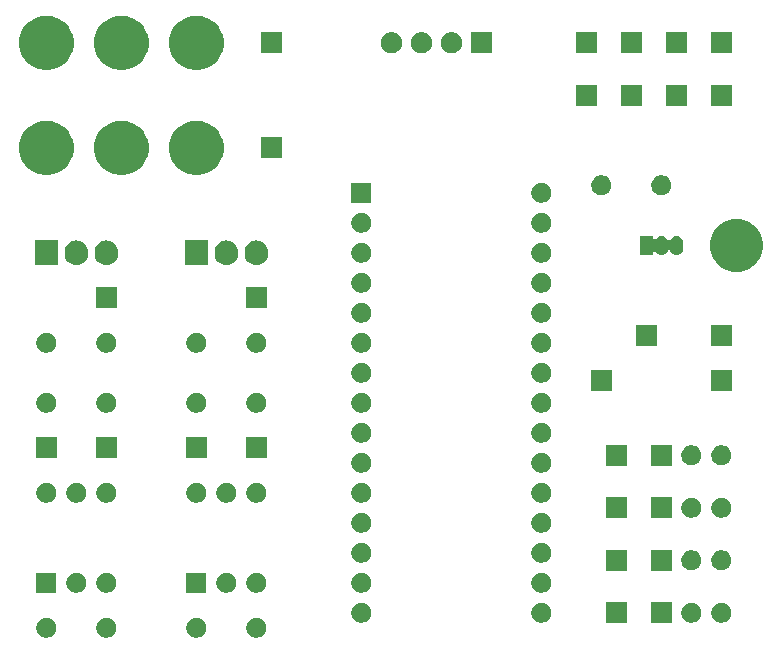
<source format=gbr>
G04 #@! TF.GenerationSoftware,KiCad,Pcbnew,(5.1.5)-3*
G04 #@! TF.CreationDate,2020-04-21T04:00:00+09:00*
G04 #@! TF.ProjectId,qqq,7171712e-6b69-4636-9164-5f7063625858,rev?*
G04 #@! TF.SameCoordinates,Original*
G04 #@! TF.FileFunction,Soldermask,Top*
G04 #@! TF.FilePolarity,Negative*
%FSLAX46Y46*%
G04 Gerber Fmt 4.6, Leading zero omitted, Abs format (unit mm)*
G04 Created by KiCad (PCBNEW (5.1.5)-3) date 2020-04-21 04:00:00*
%MOMM*%
%LPD*%
G04 APERTURE LIST*
%ADD10C,0.100000*%
G04 APERTURE END LIST*
D10*
G36*
X25648228Y-53791703D02*
G01*
X25803100Y-53855853D01*
X25942481Y-53948985D01*
X26061015Y-54067519D01*
X26154147Y-54206900D01*
X26218297Y-54361772D01*
X26251000Y-54526184D01*
X26251000Y-54693816D01*
X26218297Y-54858228D01*
X26154147Y-55013100D01*
X26061015Y-55152481D01*
X25942481Y-55271015D01*
X25803100Y-55364147D01*
X25648228Y-55428297D01*
X25483816Y-55461000D01*
X25316184Y-55461000D01*
X25151772Y-55428297D01*
X24996900Y-55364147D01*
X24857519Y-55271015D01*
X24738985Y-55152481D01*
X24645853Y-55013100D01*
X24581703Y-54858228D01*
X24549000Y-54693816D01*
X24549000Y-54526184D01*
X24581703Y-54361772D01*
X24645853Y-54206900D01*
X24738985Y-54067519D01*
X24857519Y-53948985D01*
X24996900Y-53855853D01*
X25151772Y-53791703D01*
X25316184Y-53759000D01*
X25483816Y-53759000D01*
X25648228Y-53791703D01*
G37*
G36*
X20568228Y-53791703D02*
G01*
X20723100Y-53855853D01*
X20862481Y-53948985D01*
X20981015Y-54067519D01*
X21074147Y-54206900D01*
X21138297Y-54361772D01*
X21171000Y-54526184D01*
X21171000Y-54693816D01*
X21138297Y-54858228D01*
X21074147Y-55013100D01*
X20981015Y-55152481D01*
X20862481Y-55271015D01*
X20723100Y-55364147D01*
X20568228Y-55428297D01*
X20403816Y-55461000D01*
X20236184Y-55461000D01*
X20071772Y-55428297D01*
X19916900Y-55364147D01*
X19777519Y-55271015D01*
X19658985Y-55152481D01*
X19565853Y-55013100D01*
X19501703Y-54858228D01*
X19469000Y-54693816D01*
X19469000Y-54526184D01*
X19501703Y-54361772D01*
X19565853Y-54206900D01*
X19658985Y-54067519D01*
X19777519Y-53948985D01*
X19916900Y-53855853D01*
X20071772Y-53791703D01*
X20236184Y-53759000D01*
X20403816Y-53759000D01*
X20568228Y-53791703D01*
G37*
G36*
X7868228Y-53791703D02*
G01*
X8023100Y-53855853D01*
X8162481Y-53948985D01*
X8281015Y-54067519D01*
X8374147Y-54206900D01*
X8438297Y-54361772D01*
X8471000Y-54526184D01*
X8471000Y-54693816D01*
X8438297Y-54858228D01*
X8374147Y-55013100D01*
X8281015Y-55152481D01*
X8162481Y-55271015D01*
X8023100Y-55364147D01*
X7868228Y-55428297D01*
X7703816Y-55461000D01*
X7536184Y-55461000D01*
X7371772Y-55428297D01*
X7216900Y-55364147D01*
X7077519Y-55271015D01*
X6958985Y-55152481D01*
X6865853Y-55013100D01*
X6801703Y-54858228D01*
X6769000Y-54693816D01*
X6769000Y-54526184D01*
X6801703Y-54361772D01*
X6865853Y-54206900D01*
X6958985Y-54067519D01*
X7077519Y-53948985D01*
X7216900Y-53855853D01*
X7371772Y-53791703D01*
X7536184Y-53759000D01*
X7703816Y-53759000D01*
X7868228Y-53791703D01*
G37*
G36*
X12948228Y-53791703D02*
G01*
X13103100Y-53855853D01*
X13242481Y-53948985D01*
X13361015Y-54067519D01*
X13454147Y-54206900D01*
X13518297Y-54361772D01*
X13551000Y-54526184D01*
X13551000Y-54693816D01*
X13518297Y-54858228D01*
X13454147Y-55013100D01*
X13361015Y-55152481D01*
X13242481Y-55271015D01*
X13103100Y-55364147D01*
X12948228Y-55428297D01*
X12783816Y-55461000D01*
X12616184Y-55461000D01*
X12451772Y-55428297D01*
X12296900Y-55364147D01*
X12157519Y-55271015D01*
X12038985Y-55152481D01*
X11945853Y-55013100D01*
X11881703Y-54858228D01*
X11849000Y-54693816D01*
X11849000Y-54526184D01*
X11881703Y-54361772D01*
X11945853Y-54206900D01*
X12038985Y-54067519D01*
X12157519Y-53948985D01*
X12296900Y-53855853D01*
X12451772Y-53791703D01*
X12616184Y-53759000D01*
X12783816Y-53759000D01*
X12948228Y-53791703D01*
G37*
G36*
X56781000Y-54241000D02*
G01*
X54979000Y-54241000D01*
X54979000Y-52439000D01*
X56781000Y-52439000D01*
X56781000Y-54241000D01*
G37*
G36*
X60591000Y-54241000D02*
G01*
X58789000Y-54241000D01*
X58789000Y-52439000D01*
X60591000Y-52439000D01*
X60591000Y-54241000D01*
G37*
G36*
X62478228Y-52521703D02*
G01*
X62633100Y-52585853D01*
X62772481Y-52678985D01*
X62891015Y-52797519D01*
X62984147Y-52936900D01*
X63048297Y-53091772D01*
X63081000Y-53256184D01*
X63081000Y-53423816D01*
X63048297Y-53588228D01*
X62984147Y-53743100D01*
X62891015Y-53882481D01*
X62772481Y-54001015D01*
X62633100Y-54094147D01*
X62478228Y-54158297D01*
X62313816Y-54191000D01*
X62146184Y-54191000D01*
X61981772Y-54158297D01*
X61826900Y-54094147D01*
X61687519Y-54001015D01*
X61568985Y-53882481D01*
X61475853Y-53743100D01*
X61411703Y-53588228D01*
X61379000Y-53423816D01*
X61379000Y-53256184D01*
X61411703Y-53091772D01*
X61475853Y-52936900D01*
X61568985Y-52797519D01*
X61687519Y-52678985D01*
X61826900Y-52585853D01*
X61981772Y-52521703D01*
X62146184Y-52489000D01*
X62313816Y-52489000D01*
X62478228Y-52521703D01*
G37*
G36*
X65018228Y-52521703D02*
G01*
X65173100Y-52585853D01*
X65312481Y-52678985D01*
X65431015Y-52797519D01*
X65524147Y-52936900D01*
X65588297Y-53091772D01*
X65621000Y-53256184D01*
X65621000Y-53423816D01*
X65588297Y-53588228D01*
X65524147Y-53743100D01*
X65431015Y-53882481D01*
X65312481Y-54001015D01*
X65173100Y-54094147D01*
X65018228Y-54158297D01*
X64853816Y-54191000D01*
X64686184Y-54191000D01*
X64521772Y-54158297D01*
X64366900Y-54094147D01*
X64227519Y-54001015D01*
X64108985Y-53882481D01*
X64015853Y-53743100D01*
X63951703Y-53588228D01*
X63919000Y-53423816D01*
X63919000Y-53256184D01*
X63951703Y-53091772D01*
X64015853Y-52936900D01*
X64108985Y-52797519D01*
X64227519Y-52678985D01*
X64366900Y-52585853D01*
X64521772Y-52521703D01*
X64686184Y-52489000D01*
X64853816Y-52489000D01*
X65018228Y-52521703D01*
G37*
G36*
X49778228Y-52521703D02*
G01*
X49933100Y-52585853D01*
X50072481Y-52678985D01*
X50191015Y-52797519D01*
X50284147Y-52936900D01*
X50348297Y-53091772D01*
X50381000Y-53256184D01*
X50381000Y-53423816D01*
X50348297Y-53588228D01*
X50284147Y-53743100D01*
X50191015Y-53882481D01*
X50072481Y-54001015D01*
X49933100Y-54094147D01*
X49778228Y-54158297D01*
X49613816Y-54191000D01*
X49446184Y-54191000D01*
X49281772Y-54158297D01*
X49126900Y-54094147D01*
X48987519Y-54001015D01*
X48868985Y-53882481D01*
X48775853Y-53743100D01*
X48711703Y-53588228D01*
X48679000Y-53423816D01*
X48679000Y-53256184D01*
X48711703Y-53091772D01*
X48775853Y-52936900D01*
X48868985Y-52797519D01*
X48987519Y-52678985D01*
X49126900Y-52585853D01*
X49281772Y-52521703D01*
X49446184Y-52489000D01*
X49613816Y-52489000D01*
X49778228Y-52521703D01*
G37*
G36*
X34538228Y-52521703D02*
G01*
X34693100Y-52585853D01*
X34832481Y-52678985D01*
X34951015Y-52797519D01*
X35044147Y-52936900D01*
X35108297Y-53091772D01*
X35141000Y-53256184D01*
X35141000Y-53423816D01*
X35108297Y-53588228D01*
X35044147Y-53743100D01*
X34951015Y-53882481D01*
X34832481Y-54001015D01*
X34693100Y-54094147D01*
X34538228Y-54158297D01*
X34373816Y-54191000D01*
X34206184Y-54191000D01*
X34041772Y-54158297D01*
X33886900Y-54094147D01*
X33747519Y-54001015D01*
X33628985Y-53882481D01*
X33535853Y-53743100D01*
X33471703Y-53588228D01*
X33439000Y-53423816D01*
X33439000Y-53256184D01*
X33471703Y-53091772D01*
X33535853Y-52936900D01*
X33628985Y-52797519D01*
X33747519Y-52678985D01*
X33886900Y-52585853D01*
X34041772Y-52521703D01*
X34206184Y-52489000D01*
X34373816Y-52489000D01*
X34538228Y-52521703D01*
G37*
G36*
X49778228Y-49981703D02*
G01*
X49933100Y-50045853D01*
X50072481Y-50138985D01*
X50191015Y-50257519D01*
X50284147Y-50396900D01*
X50348297Y-50551772D01*
X50381000Y-50716184D01*
X50381000Y-50883816D01*
X50348297Y-51048228D01*
X50284147Y-51203100D01*
X50191015Y-51342481D01*
X50072481Y-51461015D01*
X49933100Y-51554147D01*
X49778228Y-51618297D01*
X49613816Y-51651000D01*
X49446184Y-51651000D01*
X49281772Y-51618297D01*
X49126900Y-51554147D01*
X48987519Y-51461015D01*
X48868985Y-51342481D01*
X48775853Y-51203100D01*
X48711703Y-51048228D01*
X48679000Y-50883816D01*
X48679000Y-50716184D01*
X48711703Y-50551772D01*
X48775853Y-50396900D01*
X48868985Y-50257519D01*
X48987519Y-50138985D01*
X49126900Y-50045853D01*
X49281772Y-49981703D01*
X49446184Y-49949000D01*
X49613816Y-49949000D01*
X49778228Y-49981703D01*
G37*
G36*
X34538228Y-49981703D02*
G01*
X34693100Y-50045853D01*
X34832481Y-50138985D01*
X34951015Y-50257519D01*
X35044147Y-50396900D01*
X35108297Y-50551772D01*
X35141000Y-50716184D01*
X35141000Y-50883816D01*
X35108297Y-51048228D01*
X35044147Y-51203100D01*
X34951015Y-51342481D01*
X34832481Y-51461015D01*
X34693100Y-51554147D01*
X34538228Y-51618297D01*
X34373816Y-51651000D01*
X34206184Y-51651000D01*
X34041772Y-51618297D01*
X33886900Y-51554147D01*
X33747519Y-51461015D01*
X33628985Y-51342481D01*
X33535853Y-51203100D01*
X33471703Y-51048228D01*
X33439000Y-50883816D01*
X33439000Y-50716184D01*
X33471703Y-50551772D01*
X33535853Y-50396900D01*
X33628985Y-50257519D01*
X33747519Y-50138985D01*
X33886900Y-50045853D01*
X34041772Y-49981703D01*
X34206184Y-49949000D01*
X34373816Y-49949000D01*
X34538228Y-49981703D01*
G37*
G36*
X25648228Y-49981703D02*
G01*
X25803100Y-50045853D01*
X25942481Y-50138985D01*
X26061015Y-50257519D01*
X26154147Y-50396900D01*
X26218297Y-50551772D01*
X26251000Y-50716184D01*
X26251000Y-50883816D01*
X26218297Y-51048228D01*
X26154147Y-51203100D01*
X26061015Y-51342481D01*
X25942481Y-51461015D01*
X25803100Y-51554147D01*
X25648228Y-51618297D01*
X25483816Y-51651000D01*
X25316184Y-51651000D01*
X25151772Y-51618297D01*
X24996900Y-51554147D01*
X24857519Y-51461015D01*
X24738985Y-51342481D01*
X24645853Y-51203100D01*
X24581703Y-51048228D01*
X24549000Y-50883816D01*
X24549000Y-50716184D01*
X24581703Y-50551772D01*
X24645853Y-50396900D01*
X24738985Y-50257519D01*
X24857519Y-50138985D01*
X24996900Y-50045853D01*
X25151772Y-49981703D01*
X25316184Y-49949000D01*
X25483816Y-49949000D01*
X25648228Y-49981703D01*
G37*
G36*
X23108228Y-49981703D02*
G01*
X23263100Y-50045853D01*
X23402481Y-50138985D01*
X23521015Y-50257519D01*
X23614147Y-50396900D01*
X23678297Y-50551772D01*
X23711000Y-50716184D01*
X23711000Y-50883816D01*
X23678297Y-51048228D01*
X23614147Y-51203100D01*
X23521015Y-51342481D01*
X23402481Y-51461015D01*
X23263100Y-51554147D01*
X23108228Y-51618297D01*
X22943816Y-51651000D01*
X22776184Y-51651000D01*
X22611772Y-51618297D01*
X22456900Y-51554147D01*
X22317519Y-51461015D01*
X22198985Y-51342481D01*
X22105853Y-51203100D01*
X22041703Y-51048228D01*
X22009000Y-50883816D01*
X22009000Y-50716184D01*
X22041703Y-50551772D01*
X22105853Y-50396900D01*
X22198985Y-50257519D01*
X22317519Y-50138985D01*
X22456900Y-50045853D01*
X22611772Y-49981703D01*
X22776184Y-49949000D01*
X22943816Y-49949000D01*
X23108228Y-49981703D01*
G37*
G36*
X21171000Y-51651000D02*
G01*
X19469000Y-51651000D01*
X19469000Y-49949000D01*
X21171000Y-49949000D01*
X21171000Y-51651000D01*
G37*
G36*
X12948228Y-49981703D02*
G01*
X13103100Y-50045853D01*
X13242481Y-50138985D01*
X13361015Y-50257519D01*
X13454147Y-50396900D01*
X13518297Y-50551772D01*
X13551000Y-50716184D01*
X13551000Y-50883816D01*
X13518297Y-51048228D01*
X13454147Y-51203100D01*
X13361015Y-51342481D01*
X13242481Y-51461015D01*
X13103100Y-51554147D01*
X12948228Y-51618297D01*
X12783816Y-51651000D01*
X12616184Y-51651000D01*
X12451772Y-51618297D01*
X12296900Y-51554147D01*
X12157519Y-51461015D01*
X12038985Y-51342481D01*
X11945853Y-51203100D01*
X11881703Y-51048228D01*
X11849000Y-50883816D01*
X11849000Y-50716184D01*
X11881703Y-50551772D01*
X11945853Y-50396900D01*
X12038985Y-50257519D01*
X12157519Y-50138985D01*
X12296900Y-50045853D01*
X12451772Y-49981703D01*
X12616184Y-49949000D01*
X12783816Y-49949000D01*
X12948228Y-49981703D01*
G37*
G36*
X10408228Y-49981703D02*
G01*
X10563100Y-50045853D01*
X10702481Y-50138985D01*
X10821015Y-50257519D01*
X10914147Y-50396900D01*
X10978297Y-50551772D01*
X11011000Y-50716184D01*
X11011000Y-50883816D01*
X10978297Y-51048228D01*
X10914147Y-51203100D01*
X10821015Y-51342481D01*
X10702481Y-51461015D01*
X10563100Y-51554147D01*
X10408228Y-51618297D01*
X10243816Y-51651000D01*
X10076184Y-51651000D01*
X9911772Y-51618297D01*
X9756900Y-51554147D01*
X9617519Y-51461015D01*
X9498985Y-51342481D01*
X9405853Y-51203100D01*
X9341703Y-51048228D01*
X9309000Y-50883816D01*
X9309000Y-50716184D01*
X9341703Y-50551772D01*
X9405853Y-50396900D01*
X9498985Y-50257519D01*
X9617519Y-50138985D01*
X9756900Y-50045853D01*
X9911772Y-49981703D01*
X10076184Y-49949000D01*
X10243816Y-49949000D01*
X10408228Y-49981703D01*
G37*
G36*
X8471000Y-51651000D02*
G01*
X6769000Y-51651000D01*
X6769000Y-49949000D01*
X8471000Y-49949000D01*
X8471000Y-51651000D01*
G37*
G36*
X56781000Y-49796000D02*
G01*
X54979000Y-49796000D01*
X54979000Y-47994000D01*
X56781000Y-47994000D01*
X56781000Y-49796000D01*
G37*
G36*
X60591000Y-49796000D02*
G01*
X58789000Y-49796000D01*
X58789000Y-47994000D01*
X60591000Y-47994000D01*
X60591000Y-49796000D01*
G37*
G36*
X65018228Y-48076703D02*
G01*
X65173100Y-48140853D01*
X65312481Y-48233985D01*
X65431015Y-48352519D01*
X65524147Y-48491900D01*
X65588297Y-48646772D01*
X65621000Y-48811184D01*
X65621000Y-48978816D01*
X65588297Y-49143228D01*
X65524147Y-49298100D01*
X65431015Y-49437481D01*
X65312481Y-49556015D01*
X65173100Y-49649147D01*
X65018228Y-49713297D01*
X64853816Y-49746000D01*
X64686184Y-49746000D01*
X64521772Y-49713297D01*
X64366900Y-49649147D01*
X64227519Y-49556015D01*
X64108985Y-49437481D01*
X64015853Y-49298100D01*
X63951703Y-49143228D01*
X63919000Y-48978816D01*
X63919000Y-48811184D01*
X63951703Y-48646772D01*
X64015853Y-48491900D01*
X64108985Y-48352519D01*
X64227519Y-48233985D01*
X64366900Y-48140853D01*
X64521772Y-48076703D01*
X64686184Y-48044000D01*
X64853816Y-48044000D01*
X65018228Y-48076703D01*
G37*
G36*
X62478228Y-48076703D02*
G01*
X62633100Y-48140853D01*
X62772481Y-48233985D01*
X62891015Y-48352519D01*
X62984147Y-48491900D01*
X63048297Y-48646772D01*
X63081000Y-48811184D01*
X63081000Y-48978816D01*
X63048297Y-49143228D01*
X62984147Y-49298100D01*
X62891015Y-49437481D01*
X62772481Y-49556015D01*
X62633100Y-49649147D01*
X62478228Y-49713297D01*
X62313816Y-49746000D01*
X62146184Y-49746000D01*
X61981772Y-49713297D01*
X61826900Y-49649147D01*
X61687519Y-49556015D01*
X61568985Y-49437481D01*
X61475853Y-49298100D01*
X61411703Y-49143228D01*
X61379000Y-48978816D01*
X61379000Y-48811184D01*
X61411703Y-48646772D01*
X61475853Y-48491900D01*
X61568985Y-48352519D01*
X61687519Y-48233985D01*
X61826900Y-48140853D01*
X61981772Y-48076703D01*
X62146184Y-48044000D01*
X62313816Y-48044000D01*
X62478228Y-48076703D01*
G37*
G36*
X34538228Y-47441703D02*
G01*
X34693100Y-47505853D01*
X34832481Y-47598985D01*
X34951015Y-47717519D01*
X35044147Y-47856900D01*
X35108297Y-48011772D01*
X35141000Y-48176184D01*
X35141000Y-48343816D01*
X35108297Y-48508228D01*
X35044147Y-48663100D01*
X34951015Y-48802481D01*
X34832481Y-48921015D01*
X34693100Y-49014147D01*
X34538228Y-49078297D01*
X34373816Y-49111000D01*
X34206184Y-49111000D01*
X34041772Y-49078297D01*
X33886900Y-49014147D01*
X33747519Y-48921015D01*
X33628985Y-48802481D01*
X33535853Y-48663100D01*
X33471703Y-48508228D01*
X33439000Y-48343816D01*
X33439000Y-48176184D01*
X33471703Y-48011772D01*
X33535853Y-47856900D01*
X33628985Y-47717519D01*
X33747519Y-47598985D01*
X33886900Y-47505853D01*
X34041772Y-47441703D01*
X34206184Y-47409000D01*
X34373816Y-47409000D01*
X34538228Y-47441703D01*
G37*
G36*
X49778228Y-47441703D02*
G01*
X49933100Y-47505853D01*
X50072481Y-47598985D01*
X50191015Y-47717519D01*
X50284147Y-47856900D01*
X50348297Y-48011772D01*
X50381000Y-48176184D01*
X50381000Y-48343816D01*
X50348297Y-48508228D01*
X50284147Y-48663100D01*
X50191015Y-48802481D01*
X50072481Y-48921015D01*
X49933100Y-49014147D01*
X49778228Y-49078297D01*
X49613816Y-49111000D01*
X49446184Y-49111000D01*
X49281772Y-49078297D01*
X49126900Y-49014147D01*
X48987519Y-48921015D01*
X48868985Y-48802481D01*
X48775853Y-48663100D01*
X48711703Y-48508228D01*
X48679000Y-48343816D01*
X48679000Y-48176184D01*
X48711703Y-48011772D01*
X48775853Y-47856900D01*
X48868985Y-47717519D01*
X48987519Y-47598985D01*
X49126900Y-47505853D01*
X49281772Y-47441703D01*
X49446184Y-47409000D01*
X49613816Y-47409000D01*
X49778228Y-47441703D01*
G37*
G36*
X49778228Y-44901703D02*
G01*
X49933100Y-44965853D01*
X50072481Y-45058985D01*
X50191015Y-45177519D01*
X50284147Y-45316900D01*
X50348297Y-45471772D01*
X50381000Y-45636184D01*
X50381000Y-45803816D01*
X50348297Y-45968228D01*
X50284147Y-46123100D01*
X50191015Y-46262481D01*
X50072481Y-46381015D01*
X49933100Y-46474147D01*
X49778228Y-46538297D01*
X49613816Y-46571000D01*
X49446184Y-46571000D01*
X49281772Y-46538297D01*
X49126900Y-46474147D01*
X48987519Y-46381015D01*
X48868985Y-46262481D01*
X48775853Y-46123100D01*
X48711703Y-45968228D01*
X48679000Y-45803816D01*
X48679000Y-45636184D01*
X48711703Y-45471772D01*
X48775853Y-45316900D01*
X48868985Y-45177519D01*
X48987519Y-45058985D01*
X49126900Y-44965853D01*
X49281772Y-44901703D01*
X49446184Y-44869000D01*
X49613816Y-44869000D01*
X49778228Y-44901703D01*
G37*
G36*
X34538228Y-44901703D02*
G01*
X34693100Y-44965853D01*
X34832481Y-45058985D01*
X34951015Y-45177519D01*
X35044147Y-45316900D01*
X35108297Y-45471772D01*
X35141000Y-45636184D01*
X35141000Y-45803816D01*
X35108297Y-45968228D01*
X35044147Y-46123100D01*
X34951015Y-46262481D01*
X34832481Y-46381015D01*
X34693100Y-46474147D01*
X34538228Y-46538297D01*
X34373816Y-46571000D01*
X34206184Y-46571000D01*
X34041772Y-46538297D01*
X33886900Y-46474147D01*
X33747519Y-46381015D01*
X33628985Y-46262481D01*
X33535853Y-46123100D01*
X33471703Y-45968228D01*
X33439000Y-45803816D01*
X33439000Y-45636184D01*
X33471703Y-45471772D01*
X33535853Y-45316900D01*
X33628985Y-45177519D01*
X33747519Y-45058985D01*
X33886900Y-44965853D01*
X34041772Y-44901703D01*
X34206184Y-44869000D01*
X34373816Y-44869000D01*
X34538228Y-44901703D01*
G37*
G36*
X56781000Y-45351000D02*
G01*
X54979000Y-45351000D01*
X54979000Y-43549000D01*
X56781000Y-43549000D01*
X56781000Y-45351000D01*
G37*
G36*
X60591000Y-45351000D02*
G01*
X58789000Y-45351000D01*
X58789000Y-43549000D01*
X60591000Y-43549000D01*
X60591000Y-45351000D01*
G37*
G36*
X65018228Y-43631703D02*
G01*
X65173100Y-43695853D01*
X65312481Y-43788985D01*
X65431015Y-43907519D01*
X65524147Y-44046900D01*
X65588297Y-44201772D01*
X65621000Y-44366184D01*
X65621000Y-44533816D01*
X65588297Y-44698228D01*
X65524147Y-44853100D01*
X65431015Y-44992481D01*
X65312481Y-45111015D01*
X65173100Y-45204147D01*
X65018228Y-45268297D01*
X64853816Y-45301000D01*
X64686184Y-45301000D01*
X64521772Y-45268297D01*
X64366900Y-45204147D01*
X64227519Y-45111015D01*
X64108985Y-44992481D01*
X64015853Y-44853100D01*
X63951703Y-44698228D01*
X63919000Y-44533816D01*
X63919000Y-44366184D01*
X63951703Y-44201772D01*
X64015853Y-44046900D01*
X64108985Y-43907519D01*
X64227519Y-43788985D01*
X64366900Y-43695853D01*
X64521772Y-43631703D01*
X64686184Y-43599000D01*
X64853816Y-43599000D01*
X65018228Y-43631703D01*
G37*
G36*
X62478228Y-43631703D02*
G01*
X62633100Y-43695853D01*
X62772481Y-43788985D01*
X62891015Y-43907519D01*
X62984147Y-44046900D01*
X63048297Y-44201772D01*
X63081000Y-44366184D01*
X63081000Y-44533816D01*
X63048297Y-44698228D01*
X62984147Y-44853100D01*
X62891015Y-44992481D01*
X62772481Y-45111015D01*
X62633100Y-45204147D01*
X62478228Y-45268297D01*
X62313816Y-45301000D01*
X62146184Y-45301000D01*
X61981772Y-45268297D01*
X61826900Y-45204147D01*
X61687519Y-45111015D01*
X61568985Y-44992481D01*
X61475853Y-44853100D01*
X61411703Y-44698228D01*
X61379000Y-44533816D01*
X61379000Y-44366184D01*
X61411703Y-44201772D01*
X61475853Y-44046900D01*
X61568985Y-43907519D01*
X61687519Y-43788985D01*
X61826900Y-43695853D01*
X61981772Y-43631703D01*
X62146184Y-43599000D01*
X62313816Y-43599000D01*
X62478228Y-43631703D01*
G37*
G36*
X34538228Y-42361703D02*
G01*
X34693100Y-42425853D01*
X34832481Y-42518985D01*
X34951015Y-42637519D01*
X35044147Y-42776900D01*
X35108297Y-42931772D01*
X35141000Y-43096184D01*
X35141000Y-43263816D01*
X35108297Y-43428228D01*
X35044147Y-43583100D01*
X34951015Y-43722481D01*
X34832481Y-43841015D01*
X34693100Y-43934147D01*
X34538228Y-43998297D01*
X34373816Y-44031000D01*
X34206184Y-44031000D01*
X34041772Y-43998297D01*
X33886900Y-43934147D01*
X33747519Y-43841015D01*
X33628985Y-43722481D01*
X33535853Y-43583100D01*
X33471703Y-43428228D01*
X33439000Y-43263816D01*
X33439000Y-43096184D01*
X33471703Y-42931772D01*
X33535853Y-42776900D01*
X33628985Y-42637519D01*
X33747519Y-42518985D01*
X33886900Y-42425853D01*
X34041772Y-42361703D01*
X34206184Y-42329000D01*
X34373816Y-42329000D01*
X34538228Y-42361703D01*
G37*
G36*
X49778228Y-42361703D02*
G01*
X49933100Y-42425853D01*
X50072481Y-42518985D01*
X50191015Y-42637519D01*
X50284147Y-42776900D01*
X50348297Y-42931772D01*
X50381000Y-43096184D01*
X50381000Y-43263816D01*
X50348297Y-43428228D01*
X50284147Y-43583100D01*
X50191015Y-43722481D01*
X50072481Y-43841015D01*
X49933100Y-43934147D01*
X49778228Y-43998297D01*
X49613816Y-44031000D01*
X49446184Y-44031000D01*
X49281772Y-43998297D01*
X49126900Y-43934147D01*
X48987519Y-43841015D01*
X48868985Y-43722481D01*
X48775853Y-43583100D01*
X48711703Y-43428228D01*
X48679000Y-43263816D01*
X48679000Y-43096184D01*
X48711703Y-42931772D01*
X48775853Y-42776900D01*
X48868985Y-42637519D01*
X48987519Y-42518985D01*
X49126900Y-42425853D01*
X49281772Y-42361703D01*
X49446184Y-42329000D01*
X49613816Y-42329000D01*
X49778228Y-42361703D01*
G37*
G36*
X20568228Y-42361703D02*
G01*
X20723100Y-42425853D01*
X20862481Y-42518985D01*
X20981015Y-42637519D01*
X21074147Y-42776900D01*
X21138297Y-42931772D01*
X21171000Y-43096184D01*
X21171000Y-43263816D01*
X21138297Y-43428228D01*
X21074147Y-43583100D01*
X20981015Y-43722481D01*
X20862481Y-43841015D01*
X20723100Y-43934147D01*
X20568228Y-43998297D01*
X20403816Y-44031000D01*
X20236184Y-44031000D01*
X20071772Y-43998297D01*
X19916900Y-43934147D01*
X19777519Y-43841015D01*
X19658985Y-43722481D01*
X19565853Y-43583100D01*
X19501703Y-43428228D01*
X19469000Y-43263816D01*
X19469000Y-43096184D01*
X19501703Y-42931772D01*
X19565853Y-42776900D01*
X19658985Y-42637519D01*
X19777519Y-42518985D01*
X19916900Y-42425853D01*
X20071772Y-42361703D01*
X20236184Y-42329000D01*
X20403816Y-42329000D01*
X20568228Y-42361703D01*
G37*
G36*
X23108228Y-42361703D02*
G01*
X23263100Y-42425853D01*
X23402481Y-42518985D01*
X23521015Y-42637519D01*
X23614147Y-42776900D01*
X23678297Y-42931772D01*
X23711000Y-43096184D01*
X23711000Y-43263816D01*
X23678297Y-43428228D01*
X23614147Y-43583100D01*
X23521015Y-43722481D01*
X23402481Y-43841015D01*
X23263100Y-43934147D01*
X23108228Y-43998297D01*
X22943816Y-44031000D01*
X22776184Y-44031000D01*
X22611772Y-43998297D01*
X22456900Y-43934147D01*
X22317519Y-43841015D01*
X22198985Y-43722481D01*
X22105853Y-43583100D01*
X22041703Y-43428228D01*
X22009000Y-43263816D01*
X22009000Y-43096184D01*
X22041703Y-42931772D01*
X22105853Y-42776900D01*
X22198985Y-42637519D01*
X22317519Y-42518985D01*
X22456900Y-42425853D01*
X22611772Y-42361703D01*
X22776184Y-42329000D01*
X22943816Y-42329000D01*
X23108228Y-42361703D01*
G37*
G36*
X7868228Y-42361703D02*
G01*
X8023100Y-42425853D01*
X8162481Y-42518985D01*
X8281015Y-42637519D01*
X8374147Y-42776900D01*
X8438297Y-42931772D01*
X8471000Y-43096184D01*
X8471000Y-43263816D01*
X8438297Y-43428228D01*
X8374147Y-43583100D01*
X8281015Y-43722481D01*
X8162481Y-43841015D01*
X8023100Y-43934147D01*
X7868228Y-43998297D01*
X7703816Y-44031000D01*
X7536184Y-44031000D01*
X7371772Y-43998297D01*
X7216900Y-43934147D01*
X7077519Y-43841015D01*
X6958985Y-43722481D01*
X6865853Y-43583100D01*
X6801703Y-43428228D01*
X6769000Y-43263816D01*
X6769000Y-43096184D01*
X6801703Y-42931772D01*
X6865853Y-42776900D01*
X6958985Y-42637519D01*
X7077519Y-42518985D01*
X7216900Y-42425853D01*
X7371772Y-42361703D01*
X7536184Y-42329000D01*
X7703816Y-42329000D01*
X7868228Y-42361703D01*
G37*
G36*
X12948228Y-42361703D02*
G01*
X13103100Y-42425853D01*
X13242481Y-42518985D01*
X13361015Y-42637519D01*
X13454147Y-42776900D01*
X13518297Y-42931772D01*
X13551000Y-43096184D01*
X13551000Y-43263816D01*
X13518297Y-43428228D01*
X13454147Y-43583100D01*
X13361015Y-43722481D01*
X13242481Y-43841015D01*
X13103100Y-43934147D01*
X12948228Y-43998297D01*
X12783816Y-44031000D01*
X12616184Y-44031000D01*
X12451772Y-43998297D01*
X12296900Y-43934147D01*
X12157519Y-43841015D01*
X12038985Y-43722481D01*
X11945853Y-43583100D01*
X11881703Y-43428228D01*
X11849000Y-43263816D01*
X11849000Y-43096184D01*
X11881703Y-42931772D01*
X11945853Y-42776900D01*
X12038985Y-42637519D01*
X12157519Y-42518985D01*
X12296900Y-42425853D01*
X12451772Y-42361703D01*
X12616184Y-42329000D01*
X12783816Y-42329000D01*
X12948228Y-42361703D01*
G37*
G36*
X10408228Y-42361703D02*
G01*
X10563100Y-42425853D01*
X10702481Y-42518985D01*
X10821015Y-42637519D01*
X10914147Y-42776900D01*
X10978297Y-42931772D01*
X11011000Y-43096184D01*
X11011000Y-43263816D01*
X10978297Y-43428228D01*
X10914147Y-43583100D01*
X10821015Y-43722481D01*
X10702481Y-43841015D01*
X10563100Y-43934147D01*
X10408228Y-43998297D01*
X10243816Y-44031000D01*
X10076184Y-44031000D01*
X9911772Y-43998297D01*
X9756900Y-43934147D01*
X9617519Y-43841015D01*
X9498985Y-43722481D01*
X9405853Y-43583100D01*
X9341703Y-43428228D01*
X9309000Y-43263816D01*
X9309000Y-43096184D01*
X9341703Y-42931772D01*
X9405853Y-42776900D01*
X9498985Y-42637519D01*
X9617519Y-42518985D01*
X9756900Y-42425853D01*
X9911772Y-42361703D01*
X10076184Y-42329000D01*
X10243816Y-42329000D01*
X10408228Y-42361703D01*
G37*
G36*
X25648228Y-42361703D02*
G01*
X25803100Y-42425853D01*
X25942481Y-42518985D01*
X26061015Y-42637519D01*
X26154147Y-42776900D01*
X26218297Y-42931772D01*
X26251000Y-43096184D01*
X26251000Y-43263816D01*
X26218297Y-43428228D01*
X26154147Y-43583100D01*
X26061015Y-43722481D01*
X25942481Y-43841015D01*
X25803100Y-43934147D01*
X25648228Y-43998297D01*
X25483816Y-44031000D01*
X25316184Y-44031000D01*
X25151772Y-43998297D01*
X24996900Y-43934147D01*
X24857519Y-43841015D01*
X24738985Y-43722481D01*
X24645853Y-43583100D01*
X24581703Y-43428228D01*
X24549000Y-43263816D01*
X24549000Y-43096184D01*
X24581703Y-42931772D01*
X24645853Y-42776900D01*
X24738985Y-42637519D01*
X24857519Y-42518985D01*
X24996900Y-42425853D01*
X25151772Y-42361703D01*
X25316184Y-42329000D01*
X25483816Y-42329000D01*
X25648228Y-42361703D01*
G37*
G36*
X34538228Y-39821703D02*
G01*
X34693100Y-39885853D01*
X34832481Y-39978985D01*
X34951015Y-40097519D01*
X35044147Y-40236900D01*
X35108297Y-40391772D01*
X35141000Y-40556184D01*
X35141000Y-40723816D01*
X35108297Y-40888228D01*
X35044147Y-41043100D01*
X34951015Y-41182481D01*
X34832481Y-41301015D01*
X34693100Y-41394147D01*
X34538228Y-41458297D01*
X34373816Y-41491000D01*
X34206184Y-41491000D01*
X34041772Y-41458297D01*
X33886900Y-41394147D01*
X33747519Y-41301015D01*
X33628985Y-41182481D01*
X33535853Y-41043100D01*
X33471703Y-40888228D01*
X33439000Y-40723816D01*
X33439000Y-40556184D01*
X33471703Y-40391772D01*
X33535853Y-40236900D01*
X33628985Y-40097519D01*
X33747519Y-39978985D01*
X33886900Y-39885853D01*
X34041772Y-39821703D01*
X34206184Y-39789000D01*
X34373816Y-39789000D01*
X34538228Y-39821703D01*
G37*
G36*
X49778228Y-39821703D02*
G01*
X49933100Y-39885853D01*
X50072481Y-39978985D01*
X50191015Y-40097519D01*
X50284147Y-40236900D01*
X50348297Y-40391772D01*
X50381000Y-40556184D01*
X50381000Y-40723816D01*
X50348297Y-40888228D01*
X50284147Y-41043100D01*
X50191015Y-41182481D01*
X50072481Y-41301015D01*
X49933100Y-41394147D01*
X49778228Y-41458297D01*
X49613816Y-41491000D01*
X49446184Y-41491000D01*
X49281772Y-41458297D01*
X49126900Y-41394147D01*
X48987519Y-41301015D01*
X48868985Y-41182481D01*
X48775853Y-41043100D01*
X48711703Y-40888228D01*
X48679000Y-40723816D01*
X48679000Y-40556184D01*
X48711703Y-40391772D01*
X48775853Y-40236900D01*
X48868985Y-40097519D01*
X48987519Y-39978985D01*
X49126900Y-39885853D01*
X49281772Y-39821703D01*
X49446184Y-39789000D01*
X49613816Y-39789000D01*
X49778228Y-39821703D01*
G37*
G36*
X56781000Y-40906000D02*
G01*
X54979000Y-40906000D01*
X54979000Y-39104000D01*
X56781000Y-39104000D01*
X56781000Y-40906000D01*
G37*
G36*
X60591000Y-40906000D02*
G01*
X58789000Y-40906000D01*
X58789000Y-39104000D01*
X60591000Y-39104000D01*
X60591000Y-40906000D01*
G37*
G36*
X62478228Y-39186703D02*
G01*
X62633100Y-39250853D01*
X62772481Y-39343985D01*
X62891015Y-39462519D01*
X62984147Y-39601900D01*
X63048297Y-39756772D01*
X63081000Y-39921184D01*
X63081000Y-40088816D01*
X63048297Y-40253228D01*
X62984147Y-40408100D01*
X62891015Y-40547481D01*
X62772481Y-40666015D01*
X62633100Y-40759147D01*
X62478228Y-40823297D01*
X62313816Y-40856000D01*
X62146184Y-40856000D01*
X61981772Y-40823297D01*
X61826900Y-40759147D01*
X61687519Y-40666015D01*
X61568985Y-40547481D01*
X61475853Y-40408100D01*
X61411703Y-40253228D01*
X61379000Y-40088816D01*
X61379000Y-39921184D01*
X61411703Y-39756772D01*
X61475853Y-39601900D01*
X61568985Y-39462519D01*
X61687519Y-39343985D01*
X61826900Y-39250853D01*
X61981772Y-39186703D01*
X62146184Y-39154000D01*
X62313816Y-39154000D01*
X62478228Y-39186703D01*
G37*
G36*
X65018228Y-39186703D02*
G01*
X65173100Y-39250853D01*
X65312481Y-39343985D01*
X65431015Y-39462519D01*
X65524147Y-39601900D01*
X65588297Y-39756772D01*
X65621000Y-39921184D01*
X65621000Y-40088816D01*
X65588297Y-40253228D01*
X65524147Y-40408100D01*
X65431015Y-40547481D01*
X65312481Y-40666015D01*
X65173100Y-40759147D01*
X65018228Y-40823297D01*
X64853816Y-40856000D01*
X64686184Y-40856000D01*
X64521772Y-40823297D01*
X64366900Y-40759147D01*
X64227519Y-40666015D01*
X64108985Y-40547481D01*
X64015853Y-40408100D01*
X63951703Y-40253228D01*
X63919000Y-40088816D01*
X63919000Y-39921184D01*
X63951703Y-39756772D01*
X64015853Y-39601900D01*
X64108985Y-39462519D01*
X64227519Y-39343985D01*
X64366900Y-39250853D01*
X64521772Y-39186703D01*
X64686184Y-39154000D01*
X64853816Y-39154000D01*
X65018228Y-39186703D01*
G37*
G36*
X13601000Y-40271000D02*
G01*
X11799000Y-40271000D01*
X11799000Y-38469000D01*
X13601000Y-38469000D01*
X13601000Y-40271000D01*
G37*
G36*
X21221000Y-40271000D02*
G01*
X19419000Y-40271000D01*
X19419000Y-38469000D01*
X21221000Y-38469000D01*
X21221000Y-40271000D01*
G37*
G36*
X26301000Y-40271000D02*
G01*
X24499000Y-40271000D01*
X24499000Y-38469000D01*
X26301000Y-38469000D01*
X26301000Y-40271000D01*
G37*
G36*
X8521000Y-40271000D02*
G01*
X6719000Y-40271000D01*
X6719000Y-38469000D01*
X8521000Y-38469000D01*
X8521000Y-40271000D01*
G37*
G36*
X49778228Y-37281703D02*
G01*
X49933100Y-37345853D01*
X50072481Y-37438985D01*
X50191015Y-37557519D01*
X50284147Y-37696900D01*
X50348297Y-37851772D01*
X50381000Y-38016184D01*
X50381000Y-38183816D01*
X50348297Y-38348228D01*
X50284147Y-38503100D01*
X50191015Y-38642481D01*
X50072481Y-38761015D01*
X49933100Y-38854147D01*
X49778228Y-38918297D01*
X49613816Y-38951000D01*
X49446184Y-38951000D01*
X49281772Y-38918297D01*
X49126900Y-38854147D01*
X48987519Y-38761015D01*
X48868985Y-38642481D01*
X48775853Y-38503100D01*
X48711703Y-38348228D01*
X48679000Y-38183816D01*
X48679000Y-38016184D01*
X48711703Y-37851772D01*
X48775853Y-37696900D01*
X48868985Y-37557519D01*
X48987519Y-37438985D01*
X49126900Y-37345853D01*
X49281772Y-37281703D01*
X49446184Y-37249000D01*
X49613816Y-37249000D01*
X49778228Y-37281703D01*
G37*
G36*
X34538228Y-37281703D02*
G01*
X34693100Y-37345853D01*
X34832481Y-37438985D01*
X34951015Y-37557519D01*
X35044147Y-37696900D01*
X35108297Y-37851772D01*
X35141000Y-38016184D01*
X35141000Y-38183816D01*
X35108297Y-38348228D01*
X35044147Y-38503100D01*
X34951015Y-38642481D01*
X34832481Y-38761015D01*
X34693100Y-38854147D01*
X34538228Y-38918297D01*
X34373816Y-38951000D01*
X34206184Y-38951000D01*
X34041772Y-38918297D01*
X33886900Y-38854147D01*
X33747519Y-38761015D01*
X33628985Y-38642481D01*
X33535853Y-38503100D01*
X33471703Y-38348228D01*
X33439000Y-38183816D01*
X33439000Y-38016184D01*
X33471703Y-37851772D01*
X33535853Y-37696900D01*
X33628985Y-37557519D01*
X33747519Y-37438985D01*
X33886900Y-37345853D01*
X34041772Y-37281703D01*
X34206184Y-37249000D01*
X34373816Y-37249000D01*
X34538228Y-37281703D01*
G37*
G36*
X7868228Y-34741703D02*
G01*
X8023100Y-34805853D01*
X8162481Y-34898985D01*
X8281015Y-35017519D01*
X8374147Y-35156900D01*
X8438297Y-35311772D01*
X8471000Y-35476184D01*
X8471000Y-35643816D01*
X8438297Y-35808228D01*
X8374147Y-35963100D01*
X8281015Y-36102481D01*
X8162481Y-36221015D01*
X8023100Y-36314147D01*
X7868228Y-36378297D01*
X7703816Y-36411000D01*
X7536184Y-36411000D01*
X7371772Y-36378297D01*
X7216900Y-36314147D01*
X7077519Y-36221015D01*
X6958985Y-36102481D01*
X6865853Y-35963100D01*
X6801703Y-35808228D01*
X6769000Y-35643816D01*
X6769000Y-35476184D01*
X6801703Y-35311772D01*
X6865853Y-35156900D01*
X6958985Y-35017519D01*
X7077519Y-34898985D01*
X7216900Y-34805853D01*
X7371772Y-34741703D01*
X7536184Y-34709000D01*
X7703816Y-34709000D01*
X7868228Y-34741703D01*
G37*
G36*
X49778228Y-34741703D02*
G01*
X49933100Y-34805853D01*
X50072481Y-34898985D01*
X50191015Y-35017519D01*
X50284147Y-35156900D01*
X50348297Y-35311772D01*
X50381000Y-35476184D01*
X50381000Y-35643816D01*
X50348297Y-35808228D01*
X50284147Y-35963100D01*
X50191015Y-36102481D01*
X50072481Y-36221015D01*
X49933100Y-36314147D01*
X49778228Y-36378297D01*
X49613816Y-36411000D01*
X49446184Y-36411000D01*
X49281772Y-36378297D01*
X49126900Y-36314147D01*
X48987519Y-36221015D01*
X48868985Y-36102481D01*
X48775853Y-35963100D01*
X48711703Y-35808228D01*
X48679000Y-35643816D01*
X48679000Y-35476184D01*
X48711703Y-35311772D01*
X48775853Y-35156900D01*
X48868985Y-35017519D01*
X48987519Y-34898985D01*
X49126900Y-34805853D01*
X49281772Y-34741703D01*
X49446184Y-34709000D01*
X49613816Y-34709000D01*
X49778228Y-34741703D01*
G37*
G36*
X34538228Y-34741703D02*
G01*
X34693100Y-34805853D01*
X34832481Y-34898985D01*
X34951015Y-35017519D01*
X35044147Y-35156900D01*
X35108297Y-35311772D01*
X35141000Y-35476184D01*
X35141000Y-35643816D01*
X35108297Y-35808228D01*
X35044147Y-35963100D01*
X34951015Y-36102481D01*
X34832481Y-36221015D01*
X34693100Y-36314147D01*
X34538228Y-36378297D01*
X34373816Y-36411000D01*
X34206184Y-36411000D01*
X34041772Y-36378297D01*
X33886900Y-36314147D01*
X33747519Y-36221015D01*
X33628985Y-36102481D01*
X33535853Y-35963100D01*
X33471703Y-35808228D01*
X33439000Y-35643816D01*
X33439000Y-35476184D01*
X33471703Y-35311772D01*
X33535853Y-35156900D01*
X33628985Y-35017519D01*
X33747519Y-34898985D01*
X33886900Y-34805853D01*
X34041772Y-34741703D01*
X34206184Y-34709000D01*
X34373816Y-34709000D01*
X34538228Y-34741703D01*
G37*
G36*
X25648228Y-34741703D02*
G01*
X25803100Y-34805853D01*
X25942481Y-34898985D01*
X26061015Y-35017519D01*
X26154147Y-35156900D01*
X26218297Y-35311772D01*
X26251000Y-35476184D01*
X26251000Y-35643816D01*
X26218297Y-35808228D01*
X26154147Y-35963100D01*
X26061015Y-36102481D01*
X25942481Y-36221015D01*
X25803100Y-36314147D01*
X25648228Y-36378297D01*
X25483816Y-36411000D01*
X25316184Y-36411000D01*
X25151772Y-36378297D01*
X24996900Y-36314147D01*
X24857519Y-36221015D01*
X24738985Y-36102481D01*
X24645853Y-35963100D01*
X24581703Y-35808228D01*
X24549000Y-35643816D01*
X24549000Y-35476184D01*
X24581703Y-35311772D01*
X24645853Y-35156900D01*
X24738985Y-35017519D01*
X24857519Y-34898985D01*
X24996900Y-34805853D01*
X25151772Y-34741703D01*
X25316184Y-34709000D01*
X25483816Y-34709000D01*
X25648228Y-34741703D01*
G37*
G36*
X20568228Y-34741703D02*
G01*
X20723100Y-34805853D01*
X20862481Y-34898985D01*
X20981015Y-35017519D01*
X21074147Y-35156900D01*
X21138297Y-35311772D01*
X21171000Y-35476184D01*
X21171000Y-35643816D01*
X21138297Y-35808228D01*
X21074147Y-35963100D01*
X20981015Y-36102481D01*
X20862481Y-36221015D01*
X20723100Y-36314147D01*
X20568228Y-36378297D01*
X20403816Y-36411000D01*
X20236184Y-36411000D01*
X20071772Y-36378297D01*
X19916900Y-36314147D01*
X19777519Y-36221015D01*
X19658985Y-36102481D01*
X19565853Y-35963100D01*
X19501703Y-35808228D01*
X19469000Y-35643816D01*
X19469000Y-35476184D01*
X19501703Y-35311772D01*
X19565853Y-35156900D01*
X19658985Y-35017519D01*
X19777519Y-34898985D01*
X19916900Y-34805853D01*
X20071772Y-34741703D01*
X20236184Y-34709000D01*
X20403816Y-34709000D01*
X20568228Y-34741703D01*
G37*
G36*
X12948228Y-34741703D02*
G01*
X13103100Y-34805853D01*
X13242481Y-34898985D01*
X13361015Y-35017519D01*
X13454147Y-35156900D01*
X13518297Y-35311772D01*
X13551000Y-35476184D01*
X13551000Y-35643816D01*
X13518297Y-35808228D01*
X13454147Y-35963100D01*
X13361015Y-36102481D01*
X13242481Y-36221015D01*
X13103100Y-36314147D01*
X12948228Y-36378297D01*
X12783816Y-36411000D01*
X12616184Y-36411000D01*
X12451772Y-36378297D01*
X12296900Y-36314147D01*
X12157519Y-36221015D01*
X12038985Y-36102481D01*
X11945853Y-35963100D01*
X11881703Y-35808228D01*
X11849000Y-35643816D01*
X11849000Y-35476184D01*
X11881703Y-35311772D01*
X11945853Y-35156900D01*
X12038985Y-35017519D01*
X12157519Y-34898985D01*
X12296900Y-34805853D01*
X12451772Y-34741703D01*
X12616184Y-34709000D01*
X12783816Y-34709000D01*
X12948228Y-34741703D01*
G37*
G36*
X65671000Y-34556000D02*
G01*
X63869000Y-34556000D01*
X63869000Y-32754000D01*
X65671000Y-32754000D01*
X65671000Y-34556000D01*
G37*
G36*
X55511000Y-34556000D02*
G01*
X53709000Y-34556000D01*
X53709000Y-32754000D01*
X55511000Y-32754000D01*
X55511000Y-34556000D01*
G37*
G36*
X49778228Y-32201703D02*
G01*
X49933100Y-32265853D01*
X50072481Y-32358985D01*
X50191015Y-32477519D01*
X50284147Y-32616900D01*
X50348297Y-32771772D01*
X50381000Y-32936184D01*
X50381000Y-33103816D01*
X50348297Y-33268228D01*
X50284147Y-33423100D01*
X50191015Y-33562481D01*
X50072481Y-33681015D01*
X49933100Y-33774147D01*
X49778228Y-33838297D01*
X49613816Y-33871000D01*
X49446184Y-33871000D01*
X49281772Y-33838297D01*
X49126900Y-33774147D01*
X48987519Y-33681015D01*
X48868985Y-33562481D01*
X48775853Y-33423100D01*
X48711703Y-33268228D01*
X48679000Y-33103816D01*
X48679000Y-32936184D01*
X48711703Y-32771772D01*
X48775853Y-32616900D01*
X48868985Y-32477519D01*
X48987519Y-32358985D01*
X49126900Y-32265853D01*
X49281772Y-32201703D01*
X49446184Y-32169000D01*
X49613816Y-32169000D01*
X49778228Y-32201703D01*
G37*
G36*
X34538228Y-32201703D02*
G01*
X34693100Y-32265853D01*
X34832481Y-32358985D01*
X34951015Y-32477519D01*
X35044147Y-32616900D01*
X35108297Y-32771772D01*
X35141000Y-32936184D01*
X35141000Y-33103816D01*
X35108297Y-33268228D01*
X35044147Y-33423100D01*
X34951015Y-33562481D01*
X34832481Y-33681015D01*
X34693100Y-33774147D01*
X34538228Y-33838297D01*
X34373816Y-33871000D01*
X34206184Y-33871000D01*
X34041772Y-33838297D01*
X33886900Y-33774147D01*
X33747519Y-33681015D01*
X33628985Y-33562481D01*
X33535853Y-33423100D01*
X33471703Y-33268228D01*
X33439000Y-33103816D01*
X33439000Y-32936184D01*
X33471703Y-32771772D01*
X33535853Y-32616900D01*
X33628985Y-32477519D01*
X33747519Y-32358985D01*
X33886900Y-32265853D01*
X34041772Y-32201703D01*
X34206184Y-32169000D01*
X34373816Y-32169000D01*
X34538228Y-32201703D01*
G37*
G36*
X12948228Y-29661703D02*
G01*
X13103100Y-29725853D01*
X13242481Y-29818985D01*
X13361015Y-29937519D01*
X13454147Y-30076900D01*
X13518297Y-30231772D01*
X13551000Y-30396184D01*
X13551000Y-30563816D01*
X13518297Y-30728228D01*
X13454147Y-30883100D01*
X13361015Y-31022481D01*
X13242481Y-31141015D01*
X13103100Y-31234147D01*
X12948228Y-31298297D01*
X12783816Y-31331000D01*
X12616184Y-31331000D01*
X12451772Y-31298297D01*
X12296900Y-31234147D01*
X12157519Y-31141015D01*
X12038985Y-31022481D01*
X11945853Y-30883100D01*
X11881703Y-30728228D01*
X11849000Y-30563816D01*
X11849000Y-30396184D01*
X11881703Y-30231772D01*
X11945853Y-30076900D01*
X12038985Y-29937519D01*
X12157519Y-29818985D01*
X12296900Y-29725853D01*
X12451772Y-29661703D01*
X12616184Y-29629000D01*
X12783816Y-29629000D01*
X12948228Y-29661703D01*
G37*
G36*
X49778228Y-29661703D02*
G01*
X49933100Y-29725853D01*
X50072481Y-29818985D01*
X50191015Y-29937519D01*
X50284147Y-30076900D01*
X50348297Y-30231772D01*
X50381000Y-30396184D01*
X50381000Y-30563816D01*
X50348297Y-30728228D01*
X50284147Y-30883100D01*
X50191015Y-31022481D01*
X50072481Y-31141015D01*
X49933100Y-31234147D01*
X49778228Y-31298297D01*
X49613816Y-31331000D01*
X49446184Y-31331000D01*
X49281772Y-31298297D01*
X49126900Y-31234147D01*
X48987519Y-31141015D01*
X48868985Y-31022481D01*
X48775853Y-30883100D01*
X48711703Y-30728228D01*
X48679000Y-30563816D01*
X48679000Y-30396184D01*
X48711703Y-30231772D01*
X48775853Y-30076900D01*
X48868985Y-29937519D01*
X48987519Y-29818985D01*
X49126900Y-29725853D01*
X49281772Y-29661703D01*
X49446184Y-29629000D01*
X49613816Y-29629000D01*
X49778228Y-29661703D01*
G37*
G36*
X34538228Y-29661703D02*
G01*
X34693100Y-29725853D01*
X34832481Y-29818985D01*
X34951015Y-29937519D01*
X35044147Y-30076900D01*
X35108297Y-30231772D01*
X35141000Y-30396184D01*
X35141000Y-30563816D01*
X35108297Y-30728228D01*
X35044147Y-30883100D01*
X34951015Y-31022481D01*
X34832481Y-31141015D01*
X34693100Y-31234147D01*
X34538228Y-31298297D01*
X34373816Y-31331000D01*
X34206184Y-31331000D01*
X34041772Y-31298297D01*
X33886900Y-31234147D01*
X33747519Y-31141015D01*
X33628985Y-31022481D01*
X33535853Y-30883100D01*
X33471703Y-30728228D01*
X33439000Y-30563816D01*
X33439000Y-30396184D01*
X33471703Y-30231772D01*
X33535853Y-30076900D01*
X33628985Y-29937519D01*
X33747519Y-29818985D01*
X33886900Y-29725853D01*
X34041772Y-29661703D01*
X34206184Y-29629000D01*
X34373816Y-29629000D01*
X34538228Y-29661703D01*
G37*
G36*
X20568228Y-29661703D02*
G01*
X20723100Y-29725853D01*
X20862481Y-29818985D01*
X20981015Y-29937519D01*
X21074147Y-30076900D01*
X21138297Y-30231772D01*
X21171000Y-30396184D01*
X21171000Y-30563816D01*
X21138297Y-30728228D01*
X21074147Y-30883100D01*
X20981015Y-31022481D01*
X20862481Y-31141015D01*
X20723100Y-31234147D01*
X20568228Y-31298297D01*
X20403816Y-31331000D01*
X20236184Y-31331000D01*
X20071772Y-31298297D01*
X19916900Y-31234147D01*
X19777519Y-31141015D01*
X19658985Y-31022481D01*
X19565853Y-30883100D01*
X19501703Y-30728228D01*
X19469000Y-30563816D01*
X19469000Y-30396184D01*
X19501703Y-30231772D01*
X19565853Y-30076900D01*
X19658985Y-29937519D01*
X19777519Y-29818985D01*
X19916900Y-29725853D01*
X20071772Y-29661703D01*
X20236184Y-29629000D01*
X20403816Y-29629000D01*
X20568228Y-29661703D01*
G37*
G36*
X25648228Y-29661703D02*
G01*
X25803100Y-29725853D01*
X25942481Y-29818985D01*
X26061015Y-29937519D01*
X26154147Y-30076900D01*
X26218297Y-30231772D01*
X26251000Y-30396184D01*
X26251000Y-30563816D01*
X26218297Y-30728228D01*
X26154147Y-30883100D01*
X26061015Y-31022481D01*
X25942481Y-31141015D01*
X25803100Y-31234147D01*
X25648228Y-31298297D01*
X25483816Y-31331000D01*
X25316184Y-31331000D01*
X25151772Y-31298297D01*
X24996900Y-31234147D01*
X24857519Y-31141015D01*
X24738985Y-31022481D01*
X24645853Y-30883100D01*
X24581703Y-30728228D01*
X24549000Y-30563816D01*
X24549000Y-30396184D01*
X24581703Y-30231772D01*
X24645853Y-30076900D01*
X24738985Y-29937519D01*
X24857519Y-29818985D01*
X24996900Y-29725853D01*
X25151772Y-29661703D01*
X25316184Y-29629000D01*
X25483816Y-29629000D01*
X25648228Y-29661703D01*
G37*
G36*
X7868228Y-29661703D02*
G01*
X8023100Y-29725853D01*
X8162481Y-29818985D01*
X8281015Y-29937519D01*
X8374147Y-30076900D01*
X8438297Y-30231772D01*
X8471000Y-30396184D01*
X8471000Y-30563816D01*
X8438297Y-30728228D01*
X8374147Y-30883100D01*
X8281015Y-31022481D01*
X8162481Y-31141015D01*
X8023100Y-31234147D01*
X7868228Y-31298297D01*
X7703816Y-31331000D01*
X7536184Y-31331000D01*
X7371772Y-31298297D01*
X7216900Y-31234147D01*
X7077519Y-31141015D01*
X6958985Y-31022481D01*
X6865853Y-30883100D01*
X6801703Y-30728228D01*
X6769000Y-30563816D01*
X6769000Y-30396184D01*
X6801703Y-30231772D01*
X6865853Y-30076900D01*
X6958985Y-29937519D01*
X7077519Y-29818985D01*
X7216900Y-29725853D01*
X7371772Y-29661703D01*
X7536184Y-29629000D01*
X7703816Y-29629000D01*
X7868228Y-29661703D01*
G37*
G36*
X59321000Y-30746000D02*
G01*
X57519000Y-30746000D01*
X57519000Y-28944000D01*
X59321000Y-28944000D01*
X59321000Y-30746000D01*
G37*
G36*
X65671000Y-30746000D02*
G01*
X63869000Y-30746000D01*
X63869000Y-28944000D01*
X65671000Y-28944000D01*
X65671000Y-30746000D01*
G37*
G36*
X49778228Y-27121703D02*
G01*
X49933100Y-27185853D01*
X50072481Y-27278985D01*
X50191015Y-27397519D01*
X50284147Y-27536900D01*
X50348297Y-27691772D01*
X50381000Y-27856184D01*
X50381000Y-28023816D01*
X50348297Y-28188228D01*
X50284147Y-28343100D01*
X50191015Y-28482481D01*
X50072481Y-28601015D01*
X49933100Y-28694147D01*
X49778228Y-28758297D01*
X49613816Y-28791000D01*
X49446184Y-28791000D01*
X49281772Y-28758297D01*
X49126900Y-28694147D01*
X48987519Y-28601015D01*
X48868985Y-28482481D01*
X48775853Y-28343100D01*
X48711703Y-28188228D01*
X48679000Y-28023816D01*
X48679000Y-27856184D01*
X48711703Y-27691772D01*
X48775853Y-27536900D01*
X48868985Y-27397519D01*
X48987519Y-27278985D01*
X49126900Y-27185853D01*
X49281772Y-27121703D01*
X49446184Y-27089000D01*
X49613816Y-27089000D01*
X49778228Y-27121703D01*
G37*
G36*
X34538228Y-27121703D02*
G01*
X34693100Y-27185853D01*
X34832481Y-27278985D01*
X34951015Y-27397519D01*
X35044147Y-27536900D01*
X35108297Y-27691772D01*
X35141000Y-27856184D01*
X35141000Y-28023816D01*
X35108297Y-28188228D01*
X35044147Y-28343100D01*
X34951015Y-28482481D01*
X34832481Y-28601015D01*
X34693100Y-28694147D01*
X34538228Y-28758297D01*
X34373816Y-28791000D01*
X34206184Y-28791000D01*
X34041772Y-28758297D01*
X33886900Y-28694147D01*
X33747519Y-28601015D01*
X33628985Y-28482481D01*
X33535853Y-28343100D01*
X33471703Y-28188228D01*
X33439000Y-28023816D01*
X33439000Y-27856184D01*
X33471703Y-27691772D01*
X33535853Y-27536900D01*
X33628985Y-27397519D01*
X33747519Y-27278985D01*
X33886900Y-27185853D01*
X34041772Y-27121703D01*
X34206184Y-27089000D01*
X34373816Y-27089000D01*
X34538228Y-27121703D01*
G37*
G36*
X13601000Y-27571000D02*
G01*
X11799000Y-27571000D01*
X11799000Y-25769000D01*
X13601000Y-25769000D01*
X13601000Y-27571000D01*
G37*
G36*
X26301000Y-27571000D02*
G01*
X24499000Y-27571000D01*
X24499000Y-25769000D01*
X26301000Y-25769000D01*
X26301000Y-27571000D01*
G37*
G36*
X34538228Y-24581703D02*
G01*
X34693100Y-24645853D01*
X34832481Y-24738985D01*
X34951015Y-24857519D01*
X35044147Y-24996900D01*
X35108297Y-25151772D01*
X35141000Y-25316184D01*
X35141000Y-25483816D01*
X35108297Y-25648228D01*
X35044147Y-25803100D01*
X34951015Y-25942481D01*
X34832481Y-26061015D01*
X34693100Y-26154147D01*
X34538228Y-26218297D01*
X34373816Y-26251000D01*
X34206184Y-26251000D01*
X34041772Y-26218297D01*
X33886900Y-26154147D01*
X33747519Y-26061015D01*
X33628985Y-25942481D01*
X33535853Y-25803100D01*
X33471703Y-25648228D01*
X33439000Y-25483816D01*
X33439000Y-25316184D01*
X33471703Y-25151772D01*
X33535853Y-24996900D01*
X33628985Y-24857519D01*
X33747519Y-24738985D01*
X33886900Y-24645853D01*
X34041772Y-24581703D01*
X34206184Y-24549000D01*
X34373816Y-24549000D01*
X34538228Y-24581703D01*
G37*
G36*
X49778228Y-24581703D02*
G01*
X49933100Y-24645853D01*
X50072481Y-24738985D01*
X50191015Y-24857519D01*
X50284147Y-24996900D01*
X50348297Y-25151772D01*
X50381000Y-25316184D01*
X50381000Y-25483816D01*
X50348297Y-25648228D01*
X50284147Y-25803100D01*
X50191015Y-25942481D01*
X50072481Y-26061015D01*
X49933100Y-26154147D01*
X49778228Y-26218297D01*
X49613816Y-26251000D01*
X49446184Y-26251000D01*
X49281772Y-26218297D01*
X49126900Y-26154147D01*
X48987519Y-26061015D01*
X48868985Y-25942481D01*
X48775853Y-25803100D01*
X48711703Y-25648228D01*
X48679000Y-25483816D01*
X48679000Y-25316184D01*
X48711703Y-25151772D01*
X48775853Y-24996900D01*
X48868985Y-24857519D01*
X48987519Y-24738985D01*
X49126900Y-24645853D01*
X49281772Y-24581703D01*
X49446184Y-24549000D01*
X49613816Y-24549000D01*
X49778228Y-24581703D01*
G37*
G36*
X66315880Y-19984776D02*
G01*
X66696593Y-20060504D01*
X67106249Y-20230189D01*
X67474929Y-20476534D01*
X67788466Y-20790071D01*
X68034811Y-21158751D01*
X68204496Y-21568407D01*
X68291000Y-22003296D01*
X68291000Y-22446704D01*
X68204496Y-22881593D01*
X68034811Y-23291249D01*
X67788466Y-23659929D01*
X67474929Y-23973466D01*
X67106249Y-24219811D01*
X66696593Y-24389496D01*
X66315880Y-24465224D01*
X66261705Y-24476000D01*
X65818295Y-24476000D01*
X65764120Y-24465224D01*
X65383407Y-24389496D01*
X64973751Y-24219811D01*
X64605071Y-23973466D01*
X64291534Y-23659929D01*
X64045189Y-23291249D01*
X63875504Y-22881593D01*
X63789000Y-22446704D01*
X63789000Y-22003296D01*
X63875504Y-21568407D01*
X64045189Y-21158751D01*
X64291534Y-20790071D01*
X64605071Y-20476534D01*
X64973751Y-20230189D01*
X65383407Y-20060504D01*
X65764120Y-19984776D01*
X65818295Y-19974000D01*
X66261705Y-19974000D01*
X66315880Y-19984776D01*
G37*
G36*
X25596719Y-21823520D02*
G01*
X25785880Y-21880901D01*
X25785883Y-21880902D01*
X25878333Y-21930318D01*
X25960212Y-21974083D01*
X26113015Y-22099485D01*
X26238417Y-22252288D01*
X26331599Y-22426619D01*
X26388980Y-22615780D01*
X26403500Y-22763206D01*
X26403500Y-22956793D01*
X26388980Y-23104219D01*
X26340785Y-23263097D01*
X26331598Y-23293383D01*
X26282182Y-23385833D01*
X26238417Y-23467712D01*
X26113015Y-23620515D01*
X25960212Y-23745917D01*
X25785881Y-23839099D01*
X25596720Y-23896480D01*
X25400000Y-23915855D01*
X25203281Y-23896480D01*
X25014120Y-23839099D01*
X24839788Y-23745917D01*
X24686985Y-23620515D01*
X24561583Y-23467712D01*
X24468401Y-23293381D01*
X24411020Y-23104220D01*
X24396500Y-22956794D01*
X24396500Y-22763207D01*
X24411020Y-22615781D01*
X24468401Y-22426620D01*
X24468402Y-22426617D01*
X24526716Y-22317520D01*
X24561583Y-22252288D01*
X24686985Y-22099485D01*
X24839788Y-21974083D01*
X25014119Y-21880901D01*
X25203280Y-21823520D01*
X25400000Y-21804145D01*
X25596719Y-21823520D01*
G37*
G36*
X10356719Y-21823520D02*
G01*
X10545880Y-21880901D01*
X10545883Y-21880902D01*
X10638333Y-21930318D01*
X10720212Y-21974083D01*
X10873015Y-22099485D01*
X10998417Y-22252288D01*
X11091599Y-22426619D01*
X11148980Y-22615780D01*
X11163500Y-22763206D01*
X11163500Y-22956793D01*
X11148980Y-23104219D01*
X11100785Y-23263097D01*
X11091598Y-23293383D01*
X11042182Y-23385833D01*
X10998417Y-23467712D01*
X10873015Y-23620515D01*
X10720212Y-23745917D01*
X10545881Y-23839099D01*
X10356720Y-23896480D01*
X10160000Y-23915855D01*
X9963281Y-23896480D01*
X9774120Y-23839099D01*
X9599788Y-23745917D01*
X9446985Y-23620515D01*
X9321583Y-23467712D01*
X9228401Y-23293381D01*
X9171020Y-23104220D01*
X9156500Y-22956794D01*
X9156500Y-22763207D01*
X9171020Y-22615781D01*
X9228401Y-22426620D01*
X9228402Y-22426617D01*
X9286716Y-22317520D01*
X9321583Y-22252288D01*
X9446985Y-22099485D01*
X9599788Y-21974083D01*
X9774119Y-21880901D01*
X9963280Y-21823520D01*
X10160000Y-21804145D01*
X10356719Y-21823520D01*
G37*
G36*
X12896719Y-21823520D02*
G01*
X13085880Y-21880901D01*
X13085883Y-21880902D01*
X13178333Y-21930318D01*
X13260212Y-21974083D01*
X13413015Y-22099485D01*
X13538417Y-22252288D01*
X13631599Y-22426619D01*
X13688980Y-22615780D01*
X13703500Y-22763206D01*
X13703500Y-22956793D01*
X13688980Y-23104219D01*
X13640785Y-23263097D01*
X13631598Y-23293383D01*
X13582182Y-23385833D01*
X13538417Y-23467712D01*
X13413015Y-23620515D01*
X13260212Y-23745917D01*
X13085881Y-23839099D01*
X12896720Y-23896480D01*
X12700000Y-23915855D01*
X12503281Y-23896480D01*
X12314120Y-23839099D01*
X12139788Y-23745917D01*
X11986985Y-23620515D01*
X11861583Y-23467712D01*
X11768401Y-23293381D01*
X11711020Y-23104220D01*
X11696500Y-22956794D01*
X11696500Y-22763207D01*
X11711020Y-22615781D01*
X11768401Y-22426620D01*
X11768402Y-22426617D01*
X11826716Y-22317520D01*
X11861583Y-22252288D01*
X11986985Y-22099485D01*
X12139788Y-21974083D01*
X12314119Y-21880901D01*
X12503280Y-21823520D01*
X12700000Y-21804145D01*
X12896719Y-21823520D01*
G37*
G36*
X23056719Y-21823520D02*
G01*
X23245880Y-21880901D01*
X23245883Y-21880902D01*
X23338333Y-21930318D01*
X23420212Y-21974083D01*
X23573015Y-22099485D01*
X23698417Y-22252288D01*
X23791599Y-22426619D01*
X23848980Y-22615780D01*
X23863500Y-22763206D01*
X23863500Y-22956793D01*
X23848980Y-23104219D01*
X23800785Y-23263097D01*
X23791598Y-23293383D01*
X23742182Y-23385833D01*
X23698417Y-23467712D01*
X23573015Y-23620515D01*
X23420212Y-23745917D01*
X23245881Y-23839099D01*
X23056720Y-23896480D01*
X22860000Y-23915855D01*
X22663281Y-23896480D01*
X22474120Y-23839099D01*
X22299788Y-23745917D01*
X22146985Y-23620515D01*
X22021583Y-23467712D01*
X21928401Y-23293381D01*
X21871020Y-23104220D01*
X21856500Y-22956794D01*
X21856500Y-22763207D01*
X21871020Y-22615781D01*
X21928401Y-22426620D01*
X21928402Y-22426617D01*
X21986716Y-22317520D01*
X22021583Y-22252288D01*
X22146985Y-22099485D01*
X22299788Y-21974083D01*
X22474119Y-21880901D01*
X22663280Y-21823520D01*
X22860000Y-21804145D01*
X23056719Y-21823520D01*
G37*
G36*
X8623500Y-23911000D02*
G01*
X6616500Y-23911000D01*
X6616500Y-21809000D01*
X8623500Y-21809000D01*
X8623500Y-23911000D01*
G37*
G36*
X21323500Y-23911000D02*
G01*
X19316500Y-23911000D01*
X19316500Y-21809000D01*
X21323500Y-21809000D01*
X21323500Y-23911000D01*
G37*
G36*
X34538228Y-22041703D02*
G01*
X34693100Y-22105853D01*
X34832481Y-22198985D01*
X34951015Y-22317519D01*
X35044147Y-22456900D01*
X35108297Y-22611772D01*
X35141000Y-22776184D01*
X35141000Y-22943816D01*
X35108297Y-23108228D01*
X35044147Y-23263100D01*
X34951015Y-23402481D01*
X34832481Y-23521015D01*
X34693100Y-23614147D01*
X34538228Y-23678297D01*
X34373816Y-23711000D01*
X34206184Y-23711000D01*
X34041772Y-23678297D01*
X33886900Y-23614147D01*
X33747519Y-23521015D01*
X33628985Y-23402481D01*
X33535853Y-23263100D01*
X33471703Y-23108228D01*
X33439000Y-22943816D01*
X33439000Y-22776184D01*
X33471703Y-22611772D01*
X33535853Y-22456900D01*
X33628985Y-22317519D01*
X33747519Y-22198985D01*
X33886900Y-22105853D01*
X34041772Y-22041703D01*
X34206184Y-22009000D01*
X34373816Y-22009000D01*
X34538228Y-22041703D01*
G37*
G36*
X49778228Y-22041703D02*
G01*
X49933100Y-22105853D01*
X50072481Y-22198985D01*
X50191015Y-22317519D01*
X50284147Y-22456900D01*
X50348297Y-22611772D01*
X50381000Y-22776184D01*
X50381000Y-22943816D01*
X50348297Y-23108228D01*
X50284147Y-23263100D01*
X50191015Y-23402481D01*
X50072481Y-23521015D01*
X49933100Y-23614147D01*
X49778228Y-23678297D01*
X49613816Y-23711000D01*
X49446184Y-23711000D01*
X49281772Y-23678297D01*
X49126900Y-23614147D01*
X48987519Y-23521015D01*
X48868985Y-23402481D01*
X48775853Y-23263100D01*
X48711703Y-23108228D01*
X48679000Y-22943816D01*
X48679000Y-22776184D01*
X48711703Y-22611772D01*
X48775853Y-22456900D01*
X48868985Y-22317519D01*
X48987519Y-22198985D01*
X49126900Y-22105853D01*
X49281772Y-22041703D01*
X49446184Y-22009000D01*
X49613816Y-22009000D01*
X49778228Y-22041703D01*
G37*
G36*
X61072915Y-21432334D02*
G01*
X61181491Y-21465271D01*
X61181494Y-21465272D01*
X61217600Y-21484571D01*
X61281556Y-21518756D01*
X61369264Y-21590736D01*
X61441244Y-21678443D01*
X61475429Y-21742399D01*
X61494728Y-21778505D01*
X61494729Y-21778508D01*
X61527666Y-21887084D01*
X61536000Y-21971702D01*
X61536000Y-22478297D01*
X61527666Y-22562916D01*
X61495252Y-22669767D01*
X61494728Y-22671495D01*
X61484761Y-22690141D01*
X61441244Y-22771557D01*
X61369264Y-22859264D01*
X61281557Y-22931244D01*
X61217601Y-22965429D01*
X61181495Y-22984728D01*
X61181492Y-22984729D01*
X61072916Y-23017666D01*
X60960000Y-23028787D01*
X60847085Y-23017666D01*
X60738509Y-22984729D01*
X60738506Y-22984728D01*
X60702400Y-22965429D01*
X60638444Y-22931244D01*
X60550737Y-22859264D01*
X60478757Y-22771557D01*
X60435239Y-22690141D01*
X60421625Y-22669766D01*
X60404298Y-22652439D01*
X60383924Y-22638826D01*
X60361285Y-22629448D01*
X60337252Y-22624668D01*
X60312748Y-22624668D01*
X60288715Y-22629448D01*
X60266076Y-22638826D01*
X60245701Y-22652440D01*
X60228374Y-22669767D01*
X60214761Y-22690141D01*
X60171244Y-22771557D01*
X60099264Y-22859264D01*
X60011557Y-22931244D01*
X59947601Y-22965429D01*
X59911495Y-22984728D01*
X59911492Y-22984729D01*
X59802916Y-23017666D01*
X59690000Y-23028787D01*
X59577085Y-23017666D01*
X59468509Y-22984729D01*
X59468506Y-22984728D01*
X59432400Y-22965429D01*
X59368444Y-22931244D01*
X59280737Y-22859264D01*
X59217622Y-22782359D01*
X59200297Y-22765034D01*
X59179923Y-22751420D01*
X59157284Y-22742043D01*
X59133250Y-22737263D01*
X59108746Y-22737263D01*
X59084713Y-22742044D01*
X59062074Y-22751421D01*
X59041700Y-22765035D01*
X59024373Y-22782362D01*
X59010759Y-22802736D01*
X59001382Y-22825375D01*
X58996000Y-22861660D01*
X58996000Y-23026000D01*
X57844000Y-23026000D01*
X57844000Y-21424000D01*
X58996000Y-21424000D01*
X58996000Y-21588341D01*
X58998402Y-21612727D01*
X59005515Y-21636176D01*
X59017066Y-21657787D01*
X59032611Y-21676729D01*
X59051553Y-21692274D01*
X59073164Y-21703825D01*
X59096613Y-21710938D01*
X59120999Y-21713340D01*
X59145385Y-21710938D01*
X59168834Y-21703825D01*
X59190445Y-21692274D01*
X59209387Y-21676729D01*
X59217608Y-21667657D01*
X59280736Y-21590736D01*
X59368443Y-21518756D01*
X59432399Y-21484571D01*
X59468505Y-21465272D01*
X59468508Y-21465271D01*
X59577084Y-21432334D01*
X59690000Y-21421213D01*
X59802915Y-21432334D01*
X59911491Y-21465271D01*
X59911494Y-21465272D01*
X59947600Y-21484571D01*
X60011556Y-21518756D01*
X60099264Y-21590736D01*
X60171244Y-21678443D01*
X60214761Y-21759859D01*
X60228375Y-21780234D01*
X60245702Y-21797561D01*
X60266076Y-21811174D01*
X60288715Y-21820552D01*
X60312748Y-21825332D01*
X60337252Y-21825332D01*
X60361285Y-21820552D01*
X60383924Y-21811174D01*
X60404299Y-21797560D01*
X60421626Y-21780233D01*
X60435239Y-21759860D01*
X60478756Y-21678444D01*
X60550736Y-21590736D01*
X60638443Y-21518756D01*
X60702399Y-21484571D01*
X60738505Y-21465272D01*
X60738508Y-21465271D01*
X60847084Y-21432334D01*
X60960000Y-21421213D01*
X61072915Y-21432334D01*
G37*
G36*
X49778228Y-19501703D02*
G01*
X49933100Y-19565853D01*
X50072481Y-19658985D01*
X50191015Y-19777519D01*
X50284147Y-19916900D01*
X50348297Y-20071772D01*
X50381000Y-20236184D01*
X50381000Y-20403816D01*
X50348297Y-20568228D01*
X50284147Y-20723100D01*
X50191015Y-20862481D01*
X50072481Y-20981015D01*
X49933100Y-21074147D01*
X49778228Y-21138297D01*
X49613816Y-21171000D01*
X49446184Y-21171000D01*
X49281772Y-21138297D01*
X49126900Y-21074147D01*
X48987519Y-20981015D01*
X48868985Y-20862481D01*
X48775853Y-20723100D01*
X48711703Y-20568228D01*
X48679000Y-20403816D01*
X48679000Y-20236184D01*
X48711703Y-20071772D01*
X48775853Y-19916900D01*
X48868985Y-19777519D01*
X48987519Y-19658985D01*
X49126900Y-19565853D01*
X49281772Y-19501703D01*
X49446184Y-19469000D01*
X49613816Y-19469000D01*
X49778228Y-19501703D01*
G37*
G36*
X34538228Y-19501703D02*
G01*
X34693100Y-19565853D01*
X34832481Y-19658985D01*
X34951015Y-19777519D01*
X35044147Y-19916900D01*
X35108297Y-20071772D01*
X35141000Y-20236184D01*
X35141000Y-20403816D01*
X35108297Y-20568228D01*
X35044147Y-20723100D01*
X34951015Y-20862481D01*
X34832481Y-20981015D01*
X34693100Y-21074147D01*
X34538228Y-21138297D01*
X34373816Y-21171000D01*
X34206184Y-21171000D01*
X34041772Y-21138297D01*
X33886900Y-21074147D01*
X33747519Y-20981015D01*
X33628985Y-20862481D01*
X33535853Y-20723100D01*
X33471703Y-20568228D01*
X33439000Y-20403816D01*
X33439000Y-20236184D01*
X33471703Y-20071772D01*
X33535853Y-19916900D01*
X33628985Y-19777519D01*
X33747519Y-19658985D01*
X33886900Y-19565853D01*
X34041772Y-19501703D01*
X34206184Y-19469000D01*
X34373816Y-19469000D01*
X34538228Y-19501703D01*
G37*
G36*
X35141000Y-18631000D02*
G01*
X33439000Y-18631000D01*
X33439000Y-16929000D01*
X35141000Y-16929000D01*
X35141000Y-18631000D01*
G37*
G36*
X49778228Y-16961703D02*
G01*
X49933100Y-17025853D01*
X50072481Y-17118985D01*
X50191015Y-17237519D01*
X50284147Y-17376900D01*
X50348297Y-17531772D01*
X50381000Y-17696184D01*
X50381000Y-17863816D01*
X50348297Y-18028228D01*
X50284147Y-18183100D01*
X50191015Y-18322481D01*
X50072481Y-18441015D01*
X49933100Y-18534147D01*
X49778228Y-18598297D01*
X49613816Y-18631000D01*
X49446184Y-18631000D01*
X49281772Y-18598297D01*
X49126900Y-18534147D01*
X48987519Y-18441015D01*
X48868985Y-18322481D01*
X48775853Y-18183100D01*
X48711703Y-18028228D01*
X48679000Y-17863816D01*
X48679000Y-17696184D01*
X48711703Y-17531772D01*
X48775853Y-17376900D01*
X48868985Y-17237519D01*
X48987519Y-17118985D01*
X49126900Y-17025853D01*
X49281772Y-16961703D01*
X49446184Y-16929000D01*
X49613816Y-16929000D01*
X49778228Y-16961703D01*
G37*
G36*
X59938228Y-16326703D02*
G01*
X60093100Y-16390853D01*
X60232481Y-16483985D01*
X60351015Y-16602519D01*
X60444147Y-16741900D01*
X60508297Y-16896772D01*
X60541000Y-17061184D01*
X60541000Y-17228816D01*
X60508297Y-17393228D01*
X60444147Y-17548100D01*
X60351015Y-17687481D01*
X60232481Y-17806015D01*
X60093100Y-17899147D01*
X59938228Y-17963297D01*
X59773816Y-17996000D01*
X59606184Y-17996000D01*
X59441772Y-17963297D01*
X59286900Y-17899147D01*
X59147519Y-17806015D01*
X59028985Y-17687481D01*
X58935853Y-17548100D01*
X58871703Y-17393228D01*
X58839000Y-17228816D01*
X58839000Y-17061184D01*
X58871703Y-16896772D01*
X58935853Y-16741900D01*
X59028985Y-16602519D01*
X59147519Y-16483985D01*
X59286900Y-16390853D01*
X59441772Y-16326703D01*
X59606184Y-16294000D01*
X59773816Y-16294000D01*
X59938228Y-16326703D01*
G37*
G36*
X54858228Y-16326703D02*
G01*
X55013100Y-16390853D01*
X55152481Y-16483985D01*
X55271015Y-16602519D01*
X55364147Y-16741900D01*
X55428297Y-16896772D01*
X55461000Y-17061184D01*
X55461000Y-17228816D01*
X55428297Y-17393228D01*
X55364147Y-17548100D01*
X55271015Y-17687481D01*
X55152481Y-17806015D01*
X55013100Y-17899147D01*
X54858228Y-17963297D01*
X54693816Y-17996000D01*
X54526184Y-17996000D01*
X54361772Y-17963297D01*
X54206900Y-17899147D01*
X54067519Y-17806015D01*
X53948985Y-17687481D01*
X53855853Y-17548100D01*
X53791703Y-17393228D01*
X53759000Y-17228816D01*
X53759000Y-17061184D01*
X53791703Y-16896772D01*
X53855853Y-16741900D01*
X53948985Y-16602519D01*
X54067519Y-16483985D01*
X54206900Y-16390853D01*
X54361772Y-16326703D01*
X54526184Y-16294000D01*
X54693816Y-16294000D01*
X54858228Y-16326703D01*
G37*
G36*
X8068903Y-11713213D02*
G01*
X8291177Y-11757426D01*
X8709932Y-11930880D01*
X9086802Y-12182696D01*
X9407304Y-12503198D01*
X9659120Y-12880068D01*
X9832574Y-13298823D01*
X9921000Y-13743371D01*
X9921000Y-14196629D01*
X9832574Y-14641177D01*
X9659120Y-15059932D01*
X9407304Y-15436802D01*
X9086802Y-15757304D01*
X8709932Y-16009120D01*
X8291177Y-16182574D01*
X8068903Y-16226787D01*
X7846630Y-16271000D01*
X7393370Y-16271000D01*
X7171097Y-16226787D01*
X6948823Y-16182574D01*
X6530068Y-16009120D01*
X6153198Y-15757304D01*
X5832696Y-15436802D01*
X5580880Y-15059932D01*
X5407426Y-14641177D01*
X5319000Y-14196629D01*
X5319000Y-13743371D01*
X5407426Y-13298823D01*
X5580880Y-12880068D01*
X5832696Y-12503198D01*
X6153198Y-12182696D01*
X6530068Y-11930880D01*
X6948823Y-11757426D01*
X7171097Y-11713213D01*
X7393370Y-11669000D01*
X7846630Y-11669000D01*
X8068903Y-11713213D01*
G37*
G36*
X20768903Y-11713213D02*
G01*
X20991177Y-11757426D01*
X21409932Y-11930880D01*
X21786802Y-12182696D01*
X22107304Y-12503198D01*
X22359120Y-12880068D01*
X22532574Y-13298823D01*
X22621000Y-13743371D01*
X22621000Y-14196629D01*
X22532574Y-14641177D01*
X22359120Y-15059932D01*
X22107304Y-15436802D01*
X21786802Y-15757304D01*
X21409932Y-16009120D01*
X20991177Y-16182574D01*
X20768903Y-16226787D01*
X20546630Y-16271000D01*
X20093370Y-16271000D01*
X19871097Y-16226787D01*
X19648823Y-16182574D01*
X19230068Y-16009120D01*
X18853198Y-15757304D01*
X18532696Y-15436802D01*
X18280880Y-15059932D01*
X18107426Y-14641177D01*
X18019000Y-14196629D01*
X18019000Y-13743371D01*
X18107426Y-13298823D01*
X18280880Y-12880068D01*
X18532696Y-12503198D01*
X18853198Y-12182696D01*
X19230068Y-11930880D01*
X19648823Y-11757426D01*
X19871097Y-11713213D01*
X20093370Y-11669000D01*
X20546630Y-11669000D01*
X20768903Y-11713213D01*
G37*
G36*
X14418903Y-11713213D02*
G01*
X14641177Y-11757426D01*
X15059932Y-11930880D01*
X15436802Y-12182696D01*
X15757304Y-12503198D01*
X16009120Y-12880068D01*
X16182574Y-13298823D01*
X16271000Y-13743371D01*
X16271000Y-14196629D01*
X16182574Y-14641177D01*
X16009120Y-15059932D01*
X15757304Y-15436802D01*
X15436802Y-15757304D01*
X15059932Y-16009120D01*
X14641177Y-16182574D01*
X14418903Y-16226787D01*
X14196630Y-16271000D01*
X13743370Y-16271000D01*
X13521097Y-16226787D01*
X13298823Y-16182574D01*
X12880068Y-16009120D01*
X12503198Y-15757304D01*
X12182696Y-15436802D01*
X11930880Y-15059932D01*
X11757426Y-14641177D01*
X11669000Y-14196629D01*
X11669000Y-13743371D01*
X11757426Y-13298823D01*
X11930880Y-12880068D01*
X12182696Y-12503198D01*
X12503198Y-12182696D01*
X12880068Y-11930880D01*
X13298823Y-11757426D01*
X13521097Y-11713213D01*
X13743370Y-11669000D01*
X14196630Y-11669000D01*
X14418903Y-11713213D01*
G37*
G36*
X27571000Y-14871000D02*
G01*
X25769000Y-14871000D01*
X25769000Y-13069000D01*
X27571000Y-13069000D01*
X27571000Y-14871000D01*
G37*
G36*
X61861000Y-10426000D02*
G01*
X60059000Y-10426000D01*
X60059000Y-8624000D01*
X61861000Y-8624000D01*
X61861000Y-10426000D01*
G37*
G36*
X65671000Y-10426000D02*
G01*
X63869000Y-10426000D01*
X63869000Y-8624000D01*
X65671000Y-8624000D01*
X65671000Y-10426000D01*
G37*
G36*
X58051000Y-10426000D02*
G01*
X56249000Y-10426000D01*
X56249000Y-8624000D01*
X58051000Y-8624000D01*
X58051000Y-10426000D01*
G37*
G36*
X54241000Y-10426000D02*
G01*
X52439000Y-10426000D01*
X52439000Y-8624000D01*
X54241000Y-8624000D01*
X54241000Y-10426000D01*
G37*
G36*
X20768903Y-2823213D02*
G01*
X20991177Y-2867426D01*
X21409932Y-3040880D01*
X21786802Y-3292696D01*
X22107304Y-3613198D01*
X22359120Y-3990068D01*
X22532574Y-4408823D01*
X22621000Y-4853371D01*
X22621000Y-5306629D01*
X22532574Y-5751177D01*
X22359120Y-6169932D01*
X22107304Y-6546802D01*
X21786802Y-6867304D01*
X21409932Y-7119120D01*
X20991177Y-7292574D01*
X20768903Y-7336787D01*
X20546630Y-7381000D01*
X20093370Y-7381000D01*
X19871097Y-7336787D01*
X19648823Y-7292574D01*
X19230068Y-7119120D01*
X18853198Y-6867304D01*
X18532696Y-6546802D01*
X18280880Y-6169932D01*
X18107426Y-5751177D01*
X18019000Y-5306629D01*
X18019000Y-4853371D01*
X18107426Y-4408823D01*
X18280880Y-3990068D01*
X18532696Y-3613198D01*
X18853198Y-3292696D01*
X19230068Y-3040880D01*
X19648823Y-2867426D01*
X19871097Y-2823213D01*
X20093370Y-2779000D01*
X20546630Y-2779000D01*
X20768903Y-2823213D01*
G37*
G36*
X14418903Y-2823213D02*
G01*
X14641177Y-2867426D01*
X15059932Y-3040880D01*
X15436802Y-3292696D01*
X15757304Y-3613198D01*
X16009120Y-3990068D01*
X16182574Y-4408823D01*
X16271000Y-4853371D01*
X16271000Y-5306629D01*
X16182574Y-5751177D01*
X16009120Y-6169932D01*
X15757304Y-6546802D01*
X15436802Y-6867304D01*
X15059932Y-7119120D01*
X14641177Y-7292574D01*
X14418903Y-7336787D01*
X14196630Y-7381000D01*
X13743370Y-7381000D01*
X13521097Y-7336787D01*
X13298823Y-7292574D01*
X12880068Y-7119120D01*
X12503198Y-6867304D01*
X12182696Y-6546802D01*
X11930880Y-6169932D01*
X11757426Y-5751177D01*
X11669000Y-5306629D01*
X11669000Y-4853371D01*
X11757426Y-4408823D01*
X11930880Y-3990068D01*
X12182696Y-3613198D01*
X12503198Y-3292696D01*
X12880068Y-3040880D01*
X13298823Y-2867426D01*
X13521097Y-2823213D01*
X13743370Y-2779000D01*
X14196630Y-2779000D01*
X14418903Y-2823213D01*
G37*
G36*
X8068903Y-2823213D02*
G01*
X8291177Y-2867426D01*
X8709932Y-3040880D01*
X9086802Y-3292696D01*
X9407304Y-3613198D01*
X9659120Y-3990068D01*
X9832574Y-4408823D01*
X9921000Y-4853371D01*
X9921000Y-5306629D01*
X9832574Y-5751177D01*
X9659120Y-6169932D01*
X9407304Y-6546802D01*
X9086802Y-6867304D01*
X8709932Y-7119120D01*
X8291177Y-7292574D01*
X8068903Y-7336787D01*
X7846630Y-7381000D01*
X7393370Y-7381000D01*
X7171097Y-7336787D01*
X6948823Y-7292574D01*
X6530068Y-7119120D01*
X6153198Y-6867304D01*
X5832696Y-6546802D01*
X5580880Y-6169932D01*
X5407426Y-5751177D01*
X5319000Y-5306629D01*
X5319000Y-4853371D01*
X5407426Y-4408823D01*
X5580880Y-3990068D01*
X5832696Y-3613198D01*
X6153198Y-3292696D01*
X6530068Y-3040880D01*
X6948823Y-2867426D01*
X7171097Y-2823213D01*
X7393370Y-2779000D01*
X7846630Y-2779000D01*
X8068903Y-2823213D01*
G37*
G36*
X42023512Y-4183927D02*
G01*
X42172812Y-4213624D01*
X42336784Y-4281544D01*
X42484354Y-4380147D01*
X42609853Y-4505646D01*
X42708456Y-4653216D01*
X42776376Y-4817188D01*
X42811000Y-4991259D01*
X42811000Y-5168741D01*
X42776376Y-5342812D01*
X42708456Y-5506784D01*
X42609853Y-5654354D01*
X42484354Y-5779853D01*
X42336784Y-5878456D01*
X42172812Y-5946376D01*
X42023512Y-5976073D01*
X41998742Y-5981000D01*
X41821258Y-5981000D01*
X41796488Y-5976073D01*
X41647188Y-5946376D01*
X41483216Y-5878456D01*
X41335646Y-5779853D01*
X41210147Y-5654354D01*
X41111544Y-5506784D01*
X41043624Y-5342812D01*
X41009000Y-5168741D01*
X41009000Y-4991259D01*
X41043624Y-4817188D01*
X41111544Y-4653216D01*
X41210147Y-4505646D01*
X41335646Y-4380147D01*
X41483216Y-4281544D01*
X41647188Y-4213624D01*
X41796488Y-4183927D01*
X41821258Y-4179000D01*
X41998742Y-4179000D01*
X42023512Y-4183927D01*
G37*
G36*
X36943512Y-4183927D02*
G01*
X37092812Y-4213624D01*
X37256784Y-4281544D01*
X37404354Y-4380147D01*
X37529853Y-4505646D01*
X37628456Y-4653216D01*
X37696376Y-4817188D01*
X37731000Y-4991259D01*
X37731000Y-5168741D01*
X37696376Y-5342812D01*
X37628456Y-5506784D01*
X37529853Y-5654354D01*
X37404354Y-5779853D01*
X37256784Y-5878456D01*
X37092812Y-5946376D01*
X36943512Y-5976073D01*
X36918742Y-5981000D01*
X36741258Y-5981000D01*
X36716488Y-5976073D01*
X36567188Y-5946376D01*
X36403216Y-5878456D01*
X36255646Y-5779853D01*
X36130147Y-5654354D01*
X36031544Y-5506784D01*
X35963624Y-5342812D01*
X35929000Y-5168741D01*
X35929000Y-4991259D01*
X35963624Y-4817188D01*
X36031544Y-4653216D01*
X36130147Y-4505646D01*
X36255646Y-4380147D01*
X36403216Y-4281544D01*
X36567188Y-4213624D01*
X36716488Y-4183927D01*
X36741258Y-4179000D01*
X36918742Y-4179000D01*
X36943512Y-4183927D01*
G37*
G36*
X39483512Y-4183927D02*
G01*
X39632812Y-4213624D01*
X39796784Y-4281544D01*
X39944354Y-4380147D01*
X40069853Y-4505646D01*
X40168456Y-4653216D01*
X40236376Y-4817188D01*
X40271000Y-4991259D01*
X40271000Y-5168741D01*
X40236376Y-5342812D01*
X40168456Y-5506784D01*
X40069853Y-5654354D01*
X39944354Y-5779853D01*
X39796784Y-5878456D01*
X39632812Y-5946376D01*
X39483512Y-5976073D01*
X39458742Y-5981000D01*
X39281258Y-5981000D01*
X39256488Y-5976073D01*
X39107188Y-5946376D01*
X38943216Y-5878456D01*
X38795646Y-5779853D01*
X38670147Y-5654354D01*
X38571544Y-5506784D01*
X38503624Y-5342812D01*
X38469000Y-5168741D01*
X38469000Y-4991259D01*
X38503624Y-4817188D01*
X38571544Y-4653216D01*
X38670147Y-4505646D01*
X38795646Y-4380147D01*
X38943216Y-4281544D01*
X39107188Y-4213624D01*
X39256488Y-4183927D01*
X39281258Y-4179000D01*
X39458742Y-4179000D01*
X39483512Y-4183927D01*
G37*
G36*
X45351000Y-5981000D02*
G01*
X43549000Y-5981000D01*
X43549000Y-4179000D01*
X45351000Y-4179000D01*
X45351000Y-5981000D01*
G37*
G36*
X65671000Y-5981000D02*
G01*
X63869000Y-5981000D01*
X63869000Y-4179000D01*
X65671000Y-4179000D01*
X65671000Y-5981000D01*
G37*
G36*
X61861000Y-5981000D02*
G01*
X60059000Y-5981000D01*
X60059000Y-4179000D01*
X61861000Y-4179000D01*
X61861000Y-5981000D01*
G37*
G36*
X27571000Y-5981000D02*
G01*
X25769000Y-5981000D01*
X25769000Y-4179000D01*
X27571000Y-4179000D01*
X27571000Y-5981000D01*
G37*
G36*
X54241000Y-5981000D02*
G01*
X52439000Y-5981000D01*
X52439000Y-4179000D01*
X54241000Y-4179000D01*
X54241000Y-5981000D01*
G37*
G36*
X58051000Y-5981000D02*
G01*
X56249000Y-5981000D01*
X56249000Y-4179000D01*
X58051000Y-4179000D01*
X58051000Y-5981000D01*
G37*
M02*

</source>
